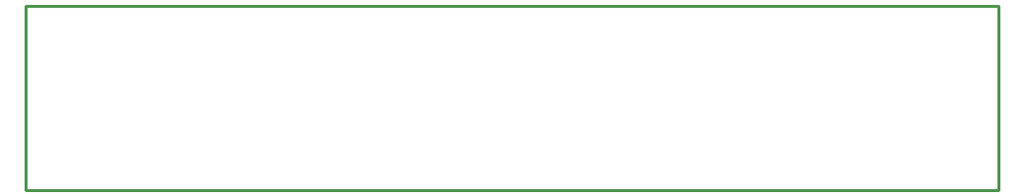
<source format=gko>
G04 Layer_Color=16711935*
%FSLAX24Y24*%
%MOIN*%
G70*
G01*
G75*
%ADD35C,0.0100*%
D35*
X0Y0D02*
Y6250D01*
X32950D01*
Y0D02*
Y6250D01*
X0Y0D02*
X32950D01*
M02*

</source>
